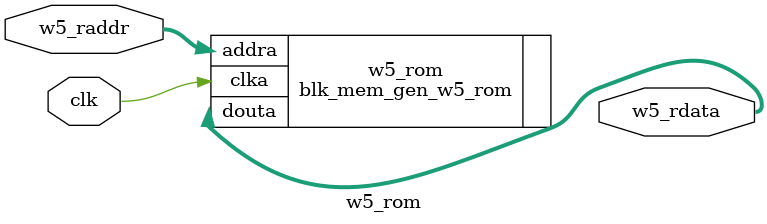
<source format=v>

module w5_rom(/*autoport*/
//output
      w5_rdata,
//input
      clk,
      w5_raddr);
	
	input clk;
	input [8:0] w5_raddr;
  output[959:0] w5_rdata;

  blk_mem_gen_w5_rom w5_rom (
    .clka(clk),    // input clka
    .addra(w5_raddr),  // input [8 : 0] addra
    .douta(w5_rdata)  // output [959 : 0] douta
  );


endmodule
</source>
